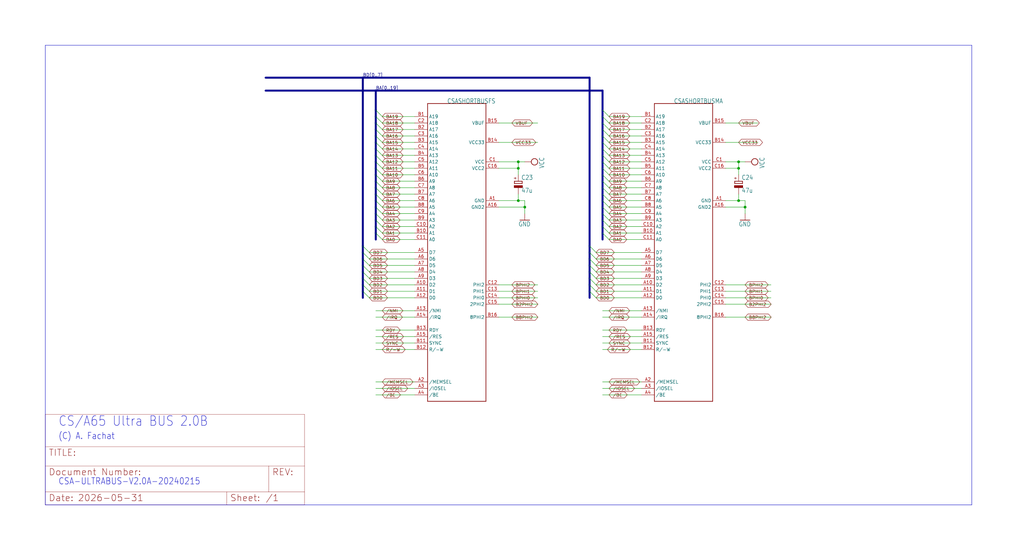
<source format=kicad_sch>
(kicad_sch (version 20231120) (generator "eeschema") (generator_version "8.0")
  (paper "User" 401.472 218.592)
  (lib_symbols
    (symbol "csa_ultrabus_v2-eagle-import:CPOL-EUE2.5-5"
      (property "Reference" "C" (at 1.143 0.4826 0))
      (symbol "CPOL-EUE2.5-5_1_0"
        (rectangle (start -1.651 -2.54) (end 1.651 -1.651) (fill (type outline)))
        (polyline (pts (xy -1.524 -0.889) (xy 1.524 -0.889)) (stroke (width 0.254)))
        (polyline (pts (xy -1.524 0) (xy -1.524 -0.889)) (stroke (width 0.254)))
        (polyline (pts (xy -1.524 0) (xy 1.524 0)) (stroke (width 0.254)))
        (polyline (pts (xy 1.524 -0.889) (xy 1.524 0)) (stroke (width 0.254)))
        (text "+" (at -0.5842 0.4064 900) (effects (font (size 1.27 1.0795)) (justify left bottom)))
        (pin passive line (at 0 2.54 270) (length 2.54) (name "+") (number "+"))
        (pin passive line (at 0 -5.08 90) (length 2.54) (name "-") (number "-"))
      )
    )
    (symbol "csa_ultrabus_v2-eagle-import:CSASHORTBUSFS"
      (symbol "CSASHORTBUSFS_1_0"
        (polyline (pts (xy -12.7 -58.42) (xy 10.16 -58.42)) (stroke (width 0.254)))
        (polyline (pts (xy -12.7 58.42) (xy -12.7 -58.42)) (stroke (width 0.254)))
        (polyline (pts (xy 10.16 -58.42) (xy 10.16 58.42)) (stroke (width 0.254)))
        (polyline (pts (xy 10.16 58.42) (xy -12.7 58.42)) (stroke (width 0.254)))
        (pin bidirectional line (at 15.24 20.32 180) (length 5.08) (name "GND") (number "A1"))
        (pin bidirectional line (at -17.78 -12.7 0) (length 5.08) (name "D2") (number "A10"))
        (pin bidirectional line (at -17.78 -15.24 0) (length 5.08) (name "D1") (number "A11"))
        (pin bidirectional line (at -17.78 -17.78 0) (length 5.08) (name "D0") (number "A12"))
        (pin bidirectional line (at -17.78 -22.86 0) (length 5.08) (name "/NMI") (number "A13"))
        (pin bidirectional line (at -17.78 -25.4 0) (length 5.08) (name "/IRQ") (number "A14"))
        (pin bidirectional line (at -17.78 -33.02 0) (length 5.08) (name "/RES") (number "A15"))
        (pin bidirectional line (at 15.24 17.78 180) (length 5.08) (name "GND2") (number "A16"))
        (pin bidirectional line (at -17.78 -50.8 0) (length 5.08) (name "/MEMSEL") (number "A2"))
        (pin bidirectional line (at -17.78 -53.34 0) (length 5.08) (name "/IOSEL") (number "A3"))
        (pin bidirectional line (at -17.78 -55.88 0) (length 5.08) (name "/BE") (number "A4"))
        (pin bidirectional line (at -17.78 0 0) (length 5.08) (name "D7") (number "A5"))
        (pin bidirectional line (at -17.78 -2.54 0) (length 5.08) (name "D6") (number "A6"))
        (pin bidirectional line (at -17.78 -5.08 0) (length 5.08) (name "D5") (number "A7"))
        (pin bidirectional line (at -17.78 -7.62 0) (length 5.08) (name "D4") (number "A8"))
        (pin bidirectional line (at -17.78 -10.16 0) (length 5.08) (name "D3") (number "A9"))
        (pin bidirectional line (at -17.78 53.34 0) (length 5.08) (name "A19") (number "B1"))
        (pin bidirectional line (at -17.78 7.62 0) (length 5.08) (name "A1") (number "B10"))
        (pin bidirectional line (at -17.78 -35.56 0) (length 5.08) (name "SYNC") (number "B11"))
        (pin bidirectional line (at -17.78 -38.1 0) (length 5.08) (name "R/-W") (number "B12"))
        (pin bidirectional line (at -17.78 -30.48 0) (length 5.08) (name "RDY") (number "B13"))
        (pin bidirectional line (at 15.24 43.18 180) (length 5.08) (name "VCC33") (number "B14"))
        (pin bidirectional line (at 15.24 50.8 180) (length 5.08) (name "VBUF") (number "B15"))
        (pin bidirectional line (at 15.24 -25.4 180) (length 5.08) (name "8PHI2") (number "B16"))
        (pin bidirectional line (at -17.78 48.26 0) (length 5.08) (name "A17") (number "B2"))
        (pin bidirectional line (at -17.78 43.18 0) (length 5.08) (name "A15") (number "B3"))
        (pin bidirectional line (at -17.78 38.1 0) (length 5.08) (name "A13") (number "B4"))
        (pin bidirectional line (at -17.78 33.02 0) (length 5.08) (name "A11") (number "B5"))
        (pin bidirectional line (at -17.78 27.94 0) (length 5.08) (name "A9") (number "B6"))
        (pin bidirectional line (at -17.78 22.86 0) (length 5.08) (name "A7") (number "B7"))
        (pin bidirectional line (at -17.78 17.78 0) (length 5.08) (name "A5") (number "B8"))
        (pin bidirectional line (at -17.78 12.7 0) (length 5.08) (name "A3") (number "B9"))
        (pin bidirectional line (at 15.24 35.56 180) (length 5.08) (name "VCC") (number "C1"))
        (pin bidirectional line (at -17.78 10.16 0) (length 5.08) (name "A2") (number "C10"))
        (pin bidirectional line (at -17.78 5.08 0) (length 5.08) (name "A0") (number "C11"))
        (pin bidirectional line (at 15.24 -12.7 180) (length 5.08) (name "PHI2") (number "C12"))
        (pin bidirectional line (at 15.24 -15.24 180) (length 5.08) (name "PHI1") (number "C13"))
        (pin bidirectional line (at 15.24 -17.78 180) (length 5.08) (name "PHI0") (number "C14"))
        (pin bidirectional line (at 15.24 -20.32 180) (length 5.08) (name "2PHI2") (number "C15"))
        (pin bidirectional line (at 15.24 33.02 180) (length 5.08) (name "VCC2") (number "C16"))
        (pin bidirectional line (at -17.78 50.8 0) (length 5.08) (name "A18") (number "C2"))
        (pin bidirectional line (at -17.78 45.72 0) (length 5.08) (name "A16") (number "C3"))
        (pin bidirectional line (at -17.78 40.64 0) (length 5.08) (name "A14") (number "C4"))
        (pin bidirectional line (at -17.78 35.56 0) (length 5.08) (name "A12") (number "C5"))
        (pin bidirectional line (at -17.78 30.48 0) (length 5.08) (name "A10") (number "C6"))
        (pin bidirectional line (at -17.78 25.4 0) (length 5.08) (name "A8") (number "C7"))
        (pin bidirectional line (at -17.78 20.32 0) (length 5.08) (name "A6") (number "C8"))
        (pin bidirectional line (at -17.78 15.24 0) (length 5.08) (name "A4") (number "C9"))
      )
    )
    (symbol "csa_ultrabus_v2-eagle-import:CSASHORTBUSMA"
      (symbol "CSASHORTBUSMA_1_0"
        (polyline (pts (xy -12.7 -58.42) (xy 10.16 -58.42)) (stroke (width 0.254)))
        (polyline (pts (xy -12.7 58.42) (xy -12.7 -58.42)) (stroke (width 0.254)))
        (polyline (pts (xy 10.16 -58.42) (xy 10.16 58.42)) (stroke (width 0.254)))
        (polyline (pts (xy 10.16 58.42) (xy -12.7 58.42)) (stroke (width 0.254)))
        (pin bidirectional line (at 15.24 20.32 180) (length 5.08) (name "GND") (number "A1"))
        (pin bidirectional line (at -17.78 -12.7 0) (length 5.08) (name "D2") (number "A10"))
        (pin bidirectional line (at -17.78 -15.24 0) (length 5.08) (name "D1") (number "A11"))
        (pin bidirectional line (at -17.78 -17.78 0) (length 5.08) (name "D0") (number "A12"))
        (pin bidirectional line (at -17.78 -22.86 0) (length 5.08) (name "/NMI") (number "A13"))
        (pin bidirectional line (at -17.78 -25.4 0) (length 5.08) (name "/IRQ") (number "A14"))
        (pin bidirectional line (at -17.78 -33.02 0) (length 5.08) (name "/RES") (number "A15"))
        (pin bidirectional line (at 15.24 17.78 180) (length 5.08) (name "GND2") (number "A16"))
        (pin bidirectional line (at -17.78 -50.8 0) (length 5.08) (name "/MEMSEL") (number "A2"))
        (pin bidirectional line (at -17.78 -53.34 0) (length 5.08) (name "/IOSEL") (number "A3"))
        (pin bidirectional line (at -17.78 -55.88 0) (length 5.08) (name "/BE") (number "A4"))
        (pin bidirectional line (at -17.78 0 0) (length 5.08) (name "D7") (number "A5"))
        (pin bidirectional line (at -17.78 -2.54 0) (length 5.08) (name "D6") (number "A6"))
        (pin bidirectional line (at -17.78 -5.08 0) (length 5.08) (name "D5") (number "A7"))
        (pin bidirectional line (at -17.78 -7.62 0) (length 5.08) (name "D4") (number "A8"))
        (pin bidirectional line (at -17.78 -10.16 0) (length 5.08) (name "D3") (number "A9"))
        (pin bidirectional line (at -17.78 53.34 0) (length 5.08) (name "A19") (number "B1"))
        (pin bidirectional line (at -17.78 7.62 0) (length 5.08) (name "A1") (number "B10"))
        (pin bidirectional line (at -17.78 -35.56 0) (length 5.08) (name "SYNC") (number "B11"))
        (pin bidirectional line (at -17.78 -38.1 0) (length 5.08) (name "R/-W") (number "B12"))
        (pin bidirectional line (at -17.78 -30.48 0) (length 5.08) (name "RDY") (number "B13"))
        (pin bidirectional line (at 15.24 43.18 180) (length 5.08) (name "VCC33") (number "B14"))
        (pin bidirectional line (at 15.24 50.8 180) (length 5.08) (name "VBUF") (number "B15"))
        (pin bidirectional line (at 15.24 -25.4 180) (length 5.08) (name "8PHI2") (number "B16"))
        (pin bidirectional line (at -17.78 48.26 0) (length 5.08) (name "A17") (number "B2"))
        (pin bidirectional line (at -17.78 43.18 0) (length 5.08) (name "A15") (number "B3"))
        (pin bidirectional line (at -17.78 38.1 0) (length 5.08) (name "A13") (number "B4"))
        (pin bidirectional line (at -17.78 33.02 0) (length 5.08) (name "A11") (number "B5"))
        (pin bidirectional line (at -17.78 27.94 0) (length 5.08) (name "A9") (number "B6"))
        (pin bidirectional line (at -17.78 22.86 0) (length 5.08) (name "A7") (number "B7"))
        (pin bidirectional line (at -17.78 17.78 0) (length 5.08) (name "A5") (number "B8"))
        (pin bidirectional line (at -17.78 12.7 0) (length 5.08) (name "A3") (number "B9"))
        (pin bidirectional line (at 15.24 35.56 180) (length 5.08) (name "VCC") (number "C1"))
        (pin bidirectional line (at -17.78 10.16 0) (length 5.08) (name "A2") (number "C10"))
        (pin bidirectional line (at -17.78 5.08 0) (length 5.08) (name "A0") (number "C11"))
        (pin bidirectional line (at 15.24 -12.7 180) (length 5.08) (name "PHI2") (number "C12"))
        (pin bidirectional line (at 15.24 -15.24 180) (length 5.08) (name "PHI1") (number "C13"))
        (pin bidirectional line (at 15.24 -17.78 180) (length 5.08) (name "PHI0") (number "C14"))
        (pin bidirectional line (at 15.24 -20.32 180) (length 5.08) (name "2PHI2") (number "C15"))
        (pin bidirectional line (at 15.24 33.02 180) (length 5.08) (name "VCC2") (number "C16"))
        (pin bidirectional line (at -17.78 50.8 0) (length 5.08) (name "A18") (number "C2"))
        (pin bidirectional line (at -17.78 45.72 0) (length 5.08) (name "A16") (number "C3"))
        (pin bidirectional line (at -17.78 40.64 0) (length 5.08) (name "A14") (number "C4"))
        (pin bidirectional line (at -17.78 35.56 0) (length 5.08) (name "A12") (number "C5"))
        (pin bidirectional line (at -17.78 30.48 0) (length 5.08) (name "A10") (number "C6"))
        (pin bidirectional line (at -17.78 25.4 0) (length 5.08) (name "A8") (number "C7"))
        (pin bidirectional line (at -17.78 20.32 0) (length 5.08) (name "A6") (number "C8"))
        (pin bidirectional line (at -17.78 15.24 0) (length 5.08) (name "A4") (number "C9"))
      )
    )
    (symbol "csa_ultrabus_v2-eagle-import:DOCFIELD"
      (symbol "DOCFIELD_1_0"
        (polyline (pts (xy 0 0) (xy 0 5.08)) (stroke (width 0.1016)))
        (polyline (pts (xy 0 0) (xy 71.12 0)) (stroke (width 0.1016)))
        (polyline (pts (xy 0 5.08) (xy 0 15.24)) (stroke (width 0.1016)))
        (polyline (pts (xy 0 5.08) (xy 71.12 5.08)) (stroke (width 0.1016)))
        (polyline (pts (xy 0 15.24) (xy 0 22.86)) (stroke (width 0.1016)))
        (polyline (pts (xy 0 22.86) (xy 0 35.56)) (stroke (width 0.1016)))
        (polyline (pts (xy 0 22.86) (xy 101.6 22.86)) (stroke (width 0.1016)))
        (polyline (pts (xy 71.12 0) (xy 101.6 0)) (stroke (width 0.1016)))
        (polyline (pts (xy 71.12 5.08) (xy 71.12 0)) (stroke (width 0.1016)))
        (polyline (pts (xy 71.12 5.08) (xy 87.63 5.08)) (stroke (width 0.1016)))
        (polyline (pts (xy 87.63 5.08) (xy 101.6 5.08)) (stroke (width 0.1016)))
        (polyline (pts (xy 87.63 15.24) (xy 0 15.24)) (stroke (width 0.1016)))
        (polyline (pts (xy 87.63 15.24) (xy 87.63 5.08)) (stroke (width 0.1016)))
        (polyline (pts (xy 101.6 5.08) (xy 101.6 0)) (stroke (width 0.1016)))
        (polyline (pts (xy 101.6 15.24) (xy 87.63 15.24)) (stroke (width 0.1016)))
        (polyline (pts (xy 101.6 15.24) (xy 101.6 5.08)) (stroke (width 0.1016)))
        (polyline (pts (xy 101.6 22.86) (xy 101.6 15.24)) (stroke (width 0.1016)))
        (polyline (pts (xy 101.6 35.56) (xy 0 35.56)) (stroke (width 0.1016)))
        (polyline (pts (xy 101.6 35.56) (xy 101.6 22.86)) (stroke (width 0.1016)))
        (text "${#}/${##}" (at 86.36 1.27 0) (effects (font (size 2.54 2.54)) (justify left bottom)))
        (text "${CURRENT_DATE}" (at 12.7 1.27 0) (effects (font (size 2.54 2.54)) (justify left bottom)))
        (text "${PROJECTNAME}" (at 17.78 19.05 0) (effects (font (size 2.54 2.54)) (justify left bottom)))
        (text "Date:" (at 1.27 1.27 0) (effects (font (size 2.54 2.54)) (justify left bottom)))
        (text "Document Number:" (at 1.27 11.43 0) (effects (font (size 2.54 2.54)) (justify left bottom)))
        (text "REV:" (at 88.9 11.43 0) (effects (font (size 2.54 2.54)) (justify left bottom)))
        (text "Sheet:" (at 72.39 1.27 0) (effects (font (size 2.54 2.54)) (justify left bottom)))
        (text "TITLE:" (at 1.27 19.05 0) (effects (font (size 2.54 2.54)) (justify left bottom)))
      )
    )
    (symbol "csa_ultrabus_v2-eagle-import:GND" (power)
      (property "Value" "GND" (at -2.54 -2.54 0))
      (symbol "GND_1_0"
        (polyline (pts (xy -1.905 0) (xy 1.905 0)) (stroke (width 0.254)))
        (pin power_in line (at 0 2.54 270) (length 2.54) (name "GND") (number "1"))
      )
    )
    (symbol "csa_ultrabus_v2-eagle-import:VCC" (power)
      (property "Value" "VCC" (at -1.905 3.175 0))
      (symbol "VCC_1_0"
        (circle (center 0 1.27) (radius 1.27) (stroke (width 0.254)))
        (pin power_in line (at 0 -2.54 90) (length 2.54) (name "VCC") (number "1"))
      )
    )
  )
  (junction (at 292.1 81.28))
  (junction (at 289.56 78.74))
  (junction (at 203.2 63.5))
  (junction (at 203.2 66.04))
  (junction (at 203.2 78.74))
  (junction (at 289.56 63.5))
  (junction (at 289.56 66.04))
  (junction (at 205.74 81.28))
  (bus_entry (at 238.76 53.34) (size -2.54 -2.54))
  (bus_entry (at 238.76 60.96) (size -2.54 -2.54))
  (bus_entry (at 144.78 106.68) (size -2.54 -2.54))
  (bus_entry (at 238.76 66.04) (size -2.54 -2.54))
  (bus_entry (at 144.78 101.6) (size -2.54 -2.54))
  (bus_entry (at 149.86 48.26) (size -2.54 -2.54))
  (bus_entry (at 144.78 114.3) (size -2.54 -2.54))
  (bus_entry (at 149.86 76.2) (size -2.54 -2.54))
  (bus_entry (at 144.78 109.22) (size -2.54 -2.54))
  (bus_entry (at 233.68 111.76) (size -2.54 -2.54))
  (bus_entry (at 149.86 78.74) (size -2.54 -2.54))
  (bus_entry (at 149.86 81.28) (size -2.54 -2.54))
  (bus_entry (at 149.86 50.8) (size -2.54 -2.54))
  (bus_entry (at 149.86 91.44) (size -2.54 -2.54))
  (bus_entry (at 233.68 104.14) (size -2.54 -2.54))
  (bus_entry (at 238.76 78.74) (size -2.54 -2.54))
  (bus_entry (at 238.76 48.26) (size -2.54 -2.54))
  (bus_entry (at 233.68 106.68) (size -2.54 -2.54))
  (bus_entry (at 233.68 116.84) (size -2.54 -2.54))
  (bus_entry (at 238.76 88.9) (size -2.54 -2.54))
  (bus_entry (at 238.76 50.8) (size -2.54 -2.54))
  (bus_entry (at 149.86 53.34) (size -2.54 -2.54))
  (bus_entry (at 149.86 63.5) (size -2.54 -2.54))
  (bus_entry (at 233.68 114.3) (size -2.54 -2.54))
  (bus_entry (at 144.78 99.06) (size -2.54 -2.54))
  (bus_entry (at 238.76 76.2) (size -2.54 -2.54))
  (bus_entry (at 233.68 99.06) (size -2.54 -2.54))
  (bus_entry (at 149.86 73.66) (size -2.54 -2.54))
  (bus_entry (at 149.86 71.12) (size -2.54 -2.54))
  (bus_entry (at 149.86 66.04) (size -2.54 -2.54))
  (bus_entry (at 149.86 86.36) (size -2.54 -2.54))
  (bus_entry (at 149.86 45.72) (size -2.54 -2.54))
  (bus_entry (at 149.86 60.96) (size -2.54 -2.54))
  (bus_entry (at 238.76 55.88) (size -2.54 -2.54))
  (bus_entry (at 238.76 93.98) (size -2.54 -2.54))
  (bus_entry (at 238.76 63.5) (size -2.54 -2.54))
  (bus_entry (at 238.76 86.36) (size -2.54 -2.54))
  (bus_entry (at 238.76 58.42) (size -2.54 -2.54))
  (bus_entry (at 238.76 83.82) (size -2.54 -2.54))
  (bus_entry (at 144.78 116.84) (size -2.54 -2.54))
  (bus_entry (at 238.76 73.66) (size -2.54 -2.54))
  (bus_entry (at 149.86 88.9) (size -2.54 -2.54))
  (bus_entry (at 149.86 93.98) (size -2.54 -2.54))
  (bus_entry (at 238.76 71.12) (size -2.54 -2.54))
  (bus_entry (at 149.86 55.88) (size -2.54 -2.54))
  (bus_entry (at 149.86 58.42) (size -2.54 -2.54))
  (bus_entry (at 238.76 91.44) (size -2.54 -2.54))
  (bus_entry (at 233.68 109.22) (size -2.54 -2.54))
  (bus_entry (at 149.86 68.58) (size -2.54 -2.54))
  (bus_entry (at 238.76 68.58) (size -2.54 -2.54))
  (bus_entry (at 238.76 81.28) (size -2.54 -2.54))
  (bus_entry (at 238.76 45.72) (size -2.54 -2.54))
  (bus_entry (at 144.78 111.76) (size -2.54 -2.54))
  (bus_entry (at 144.78 104.14) (size -2.54 -2.54))
  (bus_entry (at 233.68 101.6) (size -2.54 -2.54))
  (bus_entry (at 149.86 83.82) (size -2.54 -2.54))
  (wire (pts (xy 162.56 73.66) (xy 149.86 73.66)) (stroke (width 0.1524)))
  (bus (pts (xy 147.32 58.42) (xy 147.32 55.88)) (stroke (width 0.762)))
  (wire (pts (xy 162.56 121.92) (xy 147.32 121.92)) (stroke (width 0.1524)))
  (wire (pts (xy 251.46 76.2) (xy 238.76 76.2)) (stroke (width 0.1524)))
  (bus (pts (xy 231.14 114.3) (xy 231.14 116.84)) (stroke (width 0.762)))
  (wire (pts (xy 162.56 50.8) (xy 149.86 50.8)) (stroke (width 0.1524)))
  (wire (pts (xy 162.56 154.94) (xy 147.32 154.94)) (stroke (width 0.1524)))
  (wire (pts (xy 284.48 78.74) (xy 289.56 78.74)) (stroke (width 0.1524)))
  (wire (pts (xy 251.46 66.04) (xy 238.76 66.04)) (stroke (width 0.1524)))
  (wire (pts (xy 251.46 137.16) (xy 236.22 137.16)) (stroke (width 0.1524)))
  (bus (pts (xy 147.32 48.26) (xy 147.32 45.72)) (stroke (width 0.762)))
  (bus (pts (xy 231.14 111.76) (xy 231.14 114.3)) (stroke (width 0.762)))
  (wire (pts (xy 162.56 124.46) (xy 147.32 124.46)) (stroke (width 0.1524)))
  (bus (pts (xy 231.14 109.22) (xy 231.14 111.76)) (stroke (width 0.762)))
  (wire (pts (xy 251.46 149.86) (xy 236.22 149.86)) (stroke (width 0.1524)))
  (bus (pts (xy 236.22 76.2) (xy 236.22 78.74)) (stroke (width 0.762)))
  (wire (pts (xy 162.56 104.14) (xy 144.78 104.14)) (stroke (width 0.1524)))
  (wire (pts (xy 289.56 76.2) (xy 289.56 78.74)) (stroke (width 0.1524)))
  (bus (pts (xy 147.32 88.9) (xy 147.32 86.36)) (stroke (width 0.762)))
  (wire (pts (xy 284.48 66.04) (xy 289.56 66.04)) (stroke (width 0.1524)))
  (wire (pts (xy 162.56 91.44) (xy 149.86 91.44)) (stroke (width 0.1524)))
  (wire (pts (xy 162.56 134.62) (xy 147.32 134.62)) (stroke (width 0.1524)))
  (wire (pts (xy 284.48 63.5) (xy 289.56 63.5)) (stroke (width 0.1524)))
  (wire (pts (xy 162.56 114.3) (xy 144.78 114.3)) (stroke (width 0.1524)))
  (bus (pts (xy 236.22 71.12) (xy 236.22 73.66)) (stroke (width 0.762)))
  (polyline (pts (xy 381 198.12) (xy 17.78 198.12)) (stroke (width 0.1524) (type solid)))
  (wire (pts (xy 284.48 124.46) (xy 302.26 124.46)) (stroke (width 0.1524)))
  (wire (pts (xy 203.2 78.74) (xy 205.74 78.74)) (stroke (width 0.1524)))
  (bus (pts (xy 147.32 68.58) (xy 147.32 66.04)) (stroke (width 0.762)))
  (wire (pts (xy 251.46 93.98) (xy 238.76 93.98)) (stroke (width 0.1524)))
  (bus (pts (xy 147.32 35.56) (xy 236.22 35.56)) (stroke (width 0.762)))
  (bus (pts (xy 147.32 50.8) (xy 147.32 48.26)) (stroke (width 0.762)))
  (wire (pts (xy 251.46 45.72) (xy 238.76 45.72)) (stroke (width 0.1524)))
  (polyline (pts (xy 17.78 17.78) (xy 381 17.78)) (stroke (width 0.1524) (type solid)))
  (bus (pts (xy 142.24 30.48) (xy 231.14 30.48)) (stroke (width 0.762)))
  (bus (pts (xy 142.24 111.76) (xy 142.24 109.22)) (stroke (width 0.762)))
  (wire (pts (xy 251.46 86.36) (xy 238.76 86.36)) (stroke (width 0.1524)))
  (wire (pts (xy 195.58 55.88) (xy 210.82 55.88)) (stroke (width 0.1524)))
  (bus (pts (xy 147.32 71.12) (xy 147.32 68.58)) (stroke (width 0.762)))
  (bus (pts (xy 231.14 30.48) (xy 231.14 96.52)) (stroke (width 0.762)))
  (bus (pts (xy 236.22 73.66) (xy 236.22 76.2)) (stroke (width 0.762)))
  (wire (pts (xy 251.46 53.34) (xy 238.76 53.34)) (stroke (width 0.1524)))
  (bus (pts (xy 236.22 50.8) (xy 236.22 53.34)) (stroke (width 0.762)))
  (bus (pts (xy 142.24 106.68) (xy 142.24 104.14)) (stroke (width 0.762)))
  (wire (pts (xy 162.56 152.4) (xy 147.32 152.4)) (stroke (width 0.1524)))
  (wire (pts (xy 162.56 53.34) (xy 149.86 53.34)) (stroke (width 0.1524)))
  (wire (pts (xy 162.56 86.36) (xy 149.86 86.36)) (stroke (width 0.1524)))
  (bus (pts (xy 142.24 101.6) (xy 142.24 99.06)) (stroke (width 0.762)))
  (wire (pts (xy 162.56 93.98) (xy 149.86 93.98)) (stroke (width 0.1524)))
  (wire (pts (xy 289.56 78.74) (xy 292.1 78.74)) (stroke (width 0.1524)))
  (wire (pts (xy 162.56 149.86) (xy 147.32 149.86)) (stroke (width 0.1524)))
  (bus (pts (xy 236.22 86.36) (xy 236.22 88.9)) (stroke (width 0.762)))
  (wire (pts (xy 162.56 76.2) (xy 149.86 76.2)) (stroke (width 0.1524)))
  (bus (pts (xy 142.24 30.48) (xy 104.14 30.48)) (stroke (width 0.762)))
  (bus (pts (xy 147.32 45.72) (xy 147.32 43.18)) (stroke (width 0.762)))
  (wire (pts (xy 195.58 78.74) (xy 203.2 78.74)) (stroke (width 0.1524)))
  (wire (pts (xy 162.56 132.08) (xy 147.32 132.08)) (stroke (width 0.1524)))
  (wire (pts (xy 162.56 68.58) (xy 149.86 68.58)) (stroke (width 0.1524)))
  (bus (pts (xy 236.22 66.04) (xy 236.22 68.58)) (stroke (width 0.762)))
  (wire (pts (xy 195.58 48.26) (xy 210.82 48.26)) (stroke (width 0.1524)))
  (wire (pts (xy 251.46 106.68) (xy 233.68 106.68)) (stroke (width 0.1524)))
  (bus (pts (xy 236.22 45.72) (xy 236.22 48.26)) (stroke (width 0.762)))
  (wire (pts (xy 195.58 119.38) (xy 210.82 119.38)) (stroke (width 0.1524)))
  (wire (pts (xy 251.46 109.22) (xy 233.68 109.22)) (stroke (width 0.1524)))
  (wire (pts (xy 251.46 99.06) (xy 233.68 99.06)) (stroke (width 0.1524)))
  (wire (pts (xy 251.46 129.54) (xy 236.22 129.54)) (stroke (width 0.1524)))
  (wire (pts (xy 251.46 104.14) (xy 233.68 104.14)) (stroke (width 0.1524)))
  (bus (pts (xy 236.22 88.9) (xy 236.22 91.44)) (stroke (width 0.762)))
  (bus (pts (xy 147.32 63.5) (xy 147.32 60.96)) (stroke (width 0.762)))
  (polyline (pts (xy 17.78 198.12) (xy 17.78 17.78)) (stroke (width 0.1524) (type solid)))
  (wire (pts (xy 205.74 81.28) (xy 205.74 83.82)) (stroke (width 0.1524)))
  (wire (pts (xy 162.56 101.6) (xy 144.78 101.6)) (stroke (width 0.1524)))
  (bus (pts (xy 147.32 93.98) (xy 147.32 91.44)) (stroke (width 0.762)))
  (wire (pts (xy 251.46 132.08) (xy 236.22 132.08)) (stroke (width 0.1524)))
  (bus (pts (xy 147.32 76.2) (xy 147.32 73.66)) (stroke (width 0.762)))
  (wire (pts (xy 251.46 134.62) (xy 236.22 134.62)) (stroke (width 0.1524)))
  (bus (pts (xy 147.32 86.36) (xy 147.32 83.82)) (stroke (width 0.762)))
  (wire (pts (xy 251.46 88.9) (xy 238.76 88.9)) (stroke (width 0.1524)))
  (bus (pts (xy 236.22 43.18) (xy 236.22 45.72)) (stroke (width 0.762)))
  (bus (pts (xy 236.22 60.96) (xy 236.22 63.5)) (stroke (width 0.762)))
  (wire (pts (xy 162.56 55.88) (xy 149.86 55.88)) (stroke (width 0.1524)))
  (bus (pts (xy 147.32 66.04) (xy 147.32 63.5)) (stroke (width 0.762)))
  (wire (pts (xy 251.46 154.94) (xy 236.22 154.94)) (stroke (width 0.1524)))
  (bus (pts (xy 236.22 35.56) (xy 236.22 43.18)) (stroke (width 0.762)))
  (wire (pts (xy 289.56 66.04) (xy 289.56 63.5)) (stroke (width 0.1524)))
  (wire (pts (xy 162.56 48.26) (xy 149.86 48.26)) (stroke (width 0.1524)))
  (bus (pts (xy 142.24 99.06) (xy 142.24 96.52)) (stroke (width 0.762)))
  (bus (pts (xy 236.22 63.5) (xy 236.22 66.04)) (stroke (width 0.762)))
  (wire (pts (xy 195.58 114.3) (xy 210.82 114.3)) (stroke (width 0.1524)))
  (wire (pts (xy 162.56 58.42) (xy 149.86 58.42)) (stroke (width 0.1524)))
  (wire (pts (xy 284.48 48.26) (xy 297.18 48.26)) (stroke (width 0.1524)))
  (wire (pts (xy 284.48 55.88) (xy 297.18 55.88)) (stroke (width 0.1524)))
  (bus (pts (xy 236.22 78.74) (xy 236.22 81.28)) (stroke (width 0.762)))
  (wire (pts (xy 251.46 73.66) (xy 238.76 73.66)) (stroke (width 0.1524)))
  (wire (pts (xy 203.2 76.2) (xy 203.2 78.74)) (stroke (width 0.1524)))
  (wire (pts (xy 251.46 111.76) (xy 233.68 111.76)) (stroke (width 0.1524)))
  (wire (pts (xy 162.56 60.96) (xy 149.86 60.96)) (stroke (width 0.1524)))
  (wire (pts (xy 162.56 66.04) (xy 149.86 66.04)) (stroke (width 0.1524)))
  (bus (pts (xy 231.14 101.6) (xy 231.14 104.14)) (stroke (width 0.762)))
  (wire (pts (xy 284.48 119.38) (xy 302.26 119.38)) (stroke (width 0.1524)))
  (bus (pts (xy 142.24 104.14) (xy 142.24 101.6)) (stroke (width 0.762)))
  (wire (pts (xy 195.58 81.28) (xy 205.74 81.28)) (stroke (width 0.1524)))
  (wire (pts (xy 251.46 116.84) (xy 233.68 116.84)) (stroke (width 0.1524)))
  (wire (pts (xy 195.58 116.84) (xy 210.82 116.84)) (stroke (width 0.1524)))
  (wire (pts (xy 292.1 81.28) (xy 292.1 83.82)) (stroke (width 0.1524)))
  (wire (pts (xy 284.48 81.28) (xy 292.1 81.28)) (stroke (width 0.1524)))
  (bus (pts (xy 147.32 91.44) (xy 147.32 88.9)) (stroke (width 0.762)))
  (wire (pts (xy 251.46 124.46) (xy 236.22 124.46)) (stroke (width 0.1524)))
  (bus (pts (xy 142.24 116.84) (xy 142.24 114.3)) (stroke (width 0.762)))
  (wire (pts (xy 251.46 58.42) (xy 238.76 58.42)) (stroke (width 0.1524)))
  (bus (pts (xy 147.32 60.96) (xy 147.32 58.42)) (stroke (width 0.762)))
  (bus (pts (xy 147.32 43.18) (xy 147.32 35.56)) (stroke (width 0.762)))
  (wire (pts (xy 162.56 137.16) (xy 147.32 137.16)) (stroke (width 0.1524)))
  (wire (pts (xy 251.46 78.74) (xy 238.76 78.74)) (stroke (width 0.1524)))
  (wire (pts (xy 162.56 71.12) (xy 149.86 71.12)) (stroke (width 0.1524)))
  (wire (pts (xy 251.46 114.3) (xy 233.68 114.3)) (stroke (width 0.1524)))
  (bus (pts (xy 142.24 96.52) (xy 142.24 30.48)) (stroke (width 0.762)))
  (bus (pts (xy 147.32 55.88) (xy 147.32 53.34)) (stroke (width 0.762)))
  (wire (pts (xy 251.46 152.4) (xy 236.22 152.4)) (stroke (width 0.1524)))
  (bus (pts (xy 147.32 78.74) (xy 147.32 76.2)) (stroke (width 0.762)))
  (wire (pts (xy 251.46 83.82) (xy 238.76 83.82)) (stroke (width 0.1524)))
  (wire (pts (xy 251.46 68.58) (xy 238.76 68.58)) (stroke (width 0.1524)))
  (wire (pts (xy 162.56 63.5) (xy 149.86 63.5)) (stroke (width 0.1524)))
  (wire (pts (xy 203.2 63.5) (xy 205.74 63.5)) (stroke (width 0.1524)))
  (wire (pts (xy 162.56 99.06) (xy 144.78 99.06)) (stroke (width 0.1524)))
  (wire (pts (xy 251.46 81.28) (xy 238.76 81.28)) (stroke (width 0.1524)))
  (wire (pts (xy 284.48 114.3) (xy 302.26 114.3)) (stroke (width 0.1524)))
  (wire (pts (xy 251.46 63.5) (xy 238.76 63.5)) (stroke (width 0.1524)))
  (wire (pts (xy 203.2 66.04) (xy 203.2 63.5)) (stroke (width 0.1524)))
  (wire (pts (xy 195.58 111.76) (xy 210.82 111.76)) (stroke (width 0.1524)))
  (bus (pts (xy 236.22 83.82) (xy 236.22 86.36)) (stroke (width 0.762)))
  (bus (pts (xy 147.32 73.66) (xy 147.32 71.12)) (stroke (width 0.762)))
  (wire (pts (xy 284.48 111.76) (xy 302.26 111.76)) (stroke (width 0.1524)))
  (wire (pts (xy 162.56 81.28) (xy 149.86 81.28)) (stroke (width 0.1524)))
  (bus (pts (xy 147.32 83.82) (xy 147.32 81.28)) (stroke (width 0.762)))
  (wire (pts (xy 203.2 68.58) (xy 203.2 66.04)) (stroke (width 0.1524)))
  (bus (pts (xy 231.14 104.14) (xy 231.14 106.68)) (stroke (width 0.762)))
  (wire (pts (xy 162.56 78.74) (xy 149.86 78.74)) (stroke (width 0.1524)))
  (wire (pts (xy 162.56 106.68) (xy 144.78 106.68)) (stroke (width 0.1524)))
  (wire (pts (xy 162.56 111.76) (xy 144.78 111.76)) (stroke (width 0.1524)))
  (bus (pts (xy 236.22 91.44) (xy 236.22 93.98)) (stroke (width 0.762)))
  (wire (pts (xy 162.56 45.72) (xy 149.86 45.72)) (stroke (width 0.1524)))
  (wire (pts (xy 162.56 116.84) (xy 144.78 116.84)) (stroke (width 0.1524)))
  (wire (pts (xy 251.46 71.12) (xy 238.76 71.12)) (stroke (width 0.1524)))
  (wire (pts (xy 195.58 124.46) (xy 210.82 124.46)) (stroke (width 0.1524)))
  (bus (pts (xy 236.22 55.88) (xy 236.22 58.42)) (stroke (width 0.762)))
  (bus (pts (xy 142.24 114.3) (xy 142.24 111.76)) (stroke (width 0.762)))
  (bus (pts (xy 142.24 109.22) (xy 142.24 106.68)) (stroke (width 0.762)))
  (wire (pts (xy 205.74 78.74) (xy 205.74 81.28)) (stroke (width 0.1524)))
  (wire (pts (xy 162.56 88.9) (xy 149.86 88.9)) (stroke (width 0.1524)))
  (wire (pts (xy 251.46 50.8) (xy 238.76 50.8)) (stroke (width 0.1524)))
  (wire (pts (xy 251.46 101.6) (xy 233.68 101.6)) (stroke (width 0.1524)))
  (bus (pts (xy 231.14 96.52) (xy 231.14 99.06)) (stroke (width 0.762)))
  (wire (pts (xy 251.46 48.26) (xy 238.76 48.26)) (stroke (width 0.1524)))
  (wire (pts (xy 289.56 63.5) (xy 292.1 63.5)) (stroke (width 0.1524)))
  (bus (pts (xy 231.14 99.06) (xy 231.14 101.6)) (stroke (width 0.762)))
  (wire (pts (xy 162.56 109.22) (xy 144.78 109.22)) (stroke (width 0.1524)))
  (wire (pts (xy 195.58 63.5) (xy 203.2 63.5)) (stroke (width 0.1524)))
  (wire (pts (xy 292.1 78.74) (xy 292.1 81.28)) (stroke (width 0.1524)))
  (bus (pts (xy 236.22 68.58) (xy 236.22 71.12)) (stroke (width 0.762)))
  (bus (pts (xy 147.32 53.34) (xy 147.32 50.8)) (stroke (width 0.762)))
  (wire (pts (xy 251.46 55.88) (xy 238.76 55.88)) (stroke (width 0.1524)))
  (bus (pts (xy 147.32 81.28) (xy 147.32 78.74)) (stroke (width 0.762)))
  (bus (pts (xy 231.14 106.68) (xy 231.14 109.22)) (stroke (width 0.762)))
  (wire (pts (xy 162.56 83.82) (xy 149.86 83.82)) (stroke (width 0.1524)))
  (wire (pts (xy 289.56 68.58) (xy 289.56 66.04)) (stroke (width 0.1524)))
  (wire (pts (xy 251.46 60.96) (xy 238.76 60.96)) (stroke (width 0.1524)))
  (polyline (pts (xy 381 17.78) (xy 381 198.12)) (stroke (width 0.1524) (type solid)))
  (wire (pts (xy 162.56 129.54) (xy 147.32 129.54)) (stroke (width 0.1524)))
  (bus (pts (xy 147.32 35.56) (xy 104.14 35.56)) (stroke (width 0.762)))
  (bus (pts (xy 236.22 53.34) (xy 236.22 55.88)) (stroke (width 0.762)))
  (wire (pts (xy 251.46 121.92) (xy 236.22 121.92)) (stroke (width 0.1524)))
  (wire (pts (xy 284.48 116.84) (xy 302.26 116.84)) (stroke (width 0.1524)))
  (bus (pts (xy 236.22 58.42) (xy 236.22 60.96)) (stroke (width 0.762)))
  (wire (pts (xy 251.46 91.44) (xy 238.76 91.44)) (stroke (width 0.1524)))
  (wire (pts (xy 195.58 66.04) (xy 203.2 66.04)) (stroke (width 0.1524)))
  (bus (pts (xy 236.22 48.26) (xy 236.22 50.8)) (stroke (width 0.762)))
  (bus (pts (xy 236.22 81.28) (xy 236.22 83.82)) (stroke (width 0.762)))
  (text "(C) A. Fachat" (at 22.86 172.72 0) (effects (font (size 2.54 2.159)) (justify left bottom)))
  (text "CSA-ULTRABUS-V2.0A-20240215" (at 22.86 190.5 0) (effects (font (size 2.54 2.159)) (justify left bottom)))
  (text "CS/A65 Ultra BUS 2.0B" (at 22.86 167.64 0) (effects (font (size 3.81 3.2385)) (justify left bottom)))
  (label "BD[0..7]" (at 142.24 30.48 0) (effects (font (size 1.2446 1.2446))))
  (label "BA[0..19]" (at 147.32 35.56 0) (effects (font (size 1.2446 1.2446))))
  (global_label "BA8" (shape bidirectional) (at 238.76 73.66 0) (effects (font (size 1.2446 1.2446))) (property "Intersheetrefs" "${INTERSHEET_REFS}" (effects (hide yes))))
  (global_label "BA18" (shape bidirectional) (at 149.86 48.26 0) (effects (font (size 1.2446 1.2446))) (property "Intersheetrefs" "${INTERSHEET_REFS}" (effects (hide yes))))
  (global_label "BPHI2" (shape bidirectional) (at 200.66 111.76 0) (effects (font (size 1.2446 1.2446))) (property "Intersheetrefs" "${INTERSHEET_REFS}" (effects (hide yes))))
  (global_label "B8PHI2" (shape bidirectional) (at 200.66 124.46 0) (effects (font (size 1.2446 1.2446))) (property "Intersheetrefs" "${INTERSHEET_REFS}" (effects (hide yes))))
  (global_label "BD4" (shape bidirectional) (at 144.78 106.68 0) (effects (font (size 1.2446 1.2446))) (property "Intersheetrefs" "${INTERSHEET_REFS}" (effects (hide yes))))
  (global_label "SYNC" (shape bidirectional) (at 149.86 134.62 0) (effects (font (size 1.2446 1.2446))) (property "Intersheetrefs" "${INTERSHEET_REFS}" (effects (hide yes))))
  (global_label "BPHI1" (shape bidirectional) (at 200.66 114.3 0) (effects (font (size 1.2446 1.2446))) (property "Intersheetrefs" "${INTERSHEET_REFS}" (effects (hide yes))))
  (global_label "BD3" (shape bidirectional) (at 233.68 109.22 0) (effects (font (size 1.2446 1.2446))) (property "Intersheetrefs" "${INTERSHEET_REFS}" (effects (hide yes))))
  (global_label "VBUF" (shape bidirectional) (at 200.66 48.26 0) (effects (font (size 1.2446 1.2446))) (property "Intersheetrefs" "${INTERSHEET_REFS}" (effects (hide yes))))
  (global_label "BA15" (shape bidirectional) (at 149.86 55.88 0) (effects (font (size 1.2446 1.2446))) (property "Intersheetrefs" "${INTERSHEET_REFS}" (effects (hide yes))))
  (global_label "BA4" (shape bidirectional) (at 149.86 83.82 0) (effects (font (size 1.2446 1.2446))) (property "Intersheetrefs" "${INTERSHEET_REFS}" (effects (hide yes))))
  (global_label "BD7" (shape bidirectional) (at 144.78 99.06 0) (effects (font (size 1.2446 1.2446))) (property "Intersheetrefs" "${INTERSHEET_REFS}" (effects (hide yes))))
  (global_label "BD1" (shape bidirectional) (at 233.68 114.3 0) (effects (font (size 1.2446 1.2446))) (property "Intersheetrefs" "${INTERSHEET_REFS}" (effects (hide yes))))
  (global_label "BA12" (shape bidirectional) (at 238.76 63.5 0) (effects (font (size 1.2446 1.2446))) (property "Intersheetrefs" "${INTERSHEET_REFS}" (effects (hide yes))))
  (global_label "B8PHI2" (shape bidirectional) (at 292.1 124.46 0) (effects (font (size 1.2446 1.2446))) (property "Intersheetrefs" "${INTERSHEET_REFS}" (effects (hide yes))))
  (global_label "/BE" (shape bidirectional) (at 238.76 154.94 0) (effects (font (size 1.2446 1.2446))) (property "Intersheetrefs" "${INTERSHEET_REFS}" (effects (hide yes))))
  (global_label "BA5" (shape bidirectional) (at 149.86 81.28 0) (effects (font (size 1.2446 1.2446))) (property "Intersheetrefs" "${INTERSHEET_REFS}" (effects (hide yes))))
  (global_label "BA9" (shape bidirectional) (at 149.86 71.12 0) (effects (font (size 1.2446 1.2446))) (property "Intersheetrefs" "${INTERSHEET_REFS}" (effects (hide yes))))
  (global_label "BA16" (shape bidirectional) (at 149.86 53.34 0) (effects (font (size 1.2446 1.2446))) (property "Intersheetrefs" "${INTERSHEET_REFS}" (effects (hide yes))))
  (global_label "BD5" (shape bidirectional) (at 144.78 104.14 0) (effects (font (size 1.2446 1.2446))) (property "Intersheetrefs" "${INTERSHEET_REFS}" (effects (hide yes))))
  (global_label "BA8" (shape bidirectional) (at 149.86 73.66 0) (effects (font (size 1.2446 1.2446))) (property "Intersheetrefs" "${INTERSHEET_REFS}" (effects (hide yes))))
  (global_label "/MEMSEL" (shape bidirectional) (at 238.76 149.86 0) (effects (font (size 1.2446 1.2446))) (property "Intersheetrefs" "${INTERSHEET_REFS}" (effects (hide yes))))
  (global_label "BD1" (shape bidirectional) (at 144.78 114.3 0) (effects (font (size 1.2446 1.2446))) (property "Intersheetrefs" "${INTERSHEET_REFS}" (effects (hide yes))))
  (global_label "BA7" (shape bidirectional) (at 149.86 76.2 0) (effects (font (size 1.2446 1.2446))) (property "Intersheetrefs" "${INTERSHEET_REFS}" (effects (hide yes))))
  (global_label "/IRQ" (shape bidirectional) (at 238.76 124.46 0) (effects (font (size 1.2446 1.2446))) (property "Intersheetrefs" "${INTERSHEET_REFS}" (effects (hide yes))))
  (global_label "BA0" (shape bidirectional) (at 149.86 93.98 0) (effects (font (size 1.2446 1.2446))) (property "Intersheetrefs" "${INTERSHEET_REFS}" (effects (hide yes))))
  (global_label "BA7" (shape bidirectional) (at 238.76 76.2 0) (effects (font (size 1.2446 1.2446))) (property "Intersheetrefs" "${INTERSHEET_REFS}" (effects (hide yes))))
  (global_label "BA17" (shape bidirectional) (at 238.76 50.8 0) (effects (font (size 1.2446 1.2446))) (property "Intersheetrefs" "${INTERSHEET_REFS}" (effects (hide yes))))
  (global_label "BA14" (shape bidirectional) (at 149.86 58.42 0) (effects (font (size 1.2446 1.2446))) (property "Intersheetrefs" "${INTERSHEET_REFS}" (effects (hide yes))))
  (global_label "BPHI1" (shape bidirectional) (at 292.1 114.3 0) (effects (font (size 1.2446 1.2446))) (property "Intersheetrefs" "${INTERSHEET_REFS}" (effects (hide yes))))
  (global_label "BD0" (shape bidirectional) (at 144.78 116.84 0) (effects (font (size 1.2446 1.2446))) (property "Intersheetrefs" "${INTERSHEET_REFS}" (effects (hide yes))))
  (global_label "BA12" (shape bidirectional) (at 149.86 63.5 0) (effects (font (size 1.2446 1.2446))) (property "Intersheetrefs" "${INTERSHEET_REFS}" (effects (hide yes))))
  (global_label "BA11" (shape bidirectional) (at 149.86 66.04 0) (effects (font (size 1.2446 1.2446))) (property "Intersheetrefs" "${INTERSHEET_REFS}" (effects (hide yes))))
  (global_label "BD6" (shape bidirectional) (at 233.68 101.6 0) (effects (font (size 1.2446 1.2446))) (property "Intersheetrefs" "${INTERSHEET_REFS}" (effects (hide yes))))
  (global_label "BA15" (shape bidirectional) (at 238.76 55.88 0) (effects (font (size 1.2446 1.2446))) (property "Intersheetrefs" "${INTERSHEET_REFS}" (effects (hide yes))))
  (global_label "/BE" (shape bidirectional) (at 149.86 154.94 0) (effects (font (size 1.2446 1.2446))) (property "Intersheetrefs" "${INTERSHEET_REFS}" (effects (hide yes))))
  (global_label "BA9" (shape bidirectional) (at 238.76 71.12 0) (effects (font (size 1.2446 1.2446))) (property "Intersheetrefs" "${INTERSHEET_REFS}" (effects (hide yes))))
  (global_label "BA1" (shape bidirectional) (at 149.86 91.44 0) (effects (font (size 1.2446 1.2446))) (property "Intersheetrefs" "${INTERSHEET_REFS}" (effects (hide yes))))
  (global_label "/RES" (shape bidirectional) (at 238.76 132.08 0) (effects (font (size 1.2446 1.2446))) (property "Intersheetrefs" "${INTERSHEET_REFS}" (effects (hide yes))))
  (global_label "VCC33" (shape bidirectional) (at 200.66 55.88 0) (effects (font (size 1.2446 1.2446))) (property "Intersheetrefs" "${INTERSHEET_REFS}" (effects (hide yes))))
  (global_label "BD3" (shape bidirectional) (at 144.78 109.22 0) (effects (font (size 1.2446 1.2446))) (property "Intersheetrefs" "${INTERSHEET_REFS}" (effects (hide yes))))
  (global_label "BA10" (shape bidirectional) (at 149.86 68.58 0) (effects (font (size 1.2446 1.2446))) (property "Intersheetrefs" "${INTERSHEET_REFS}" (effects (hide yes))))
  (global_label "BA3" (shape bidirectional) (at 238.76 86.36 0) (effects (font (size 1.2446 1.2446))) (property "Intersheetrefs" "${INTERSHEET_REFS}" (effects (hide yes))))
  (global_label "BA14" (shape bidirectional) (at 238.76 58.42 0) (effects (font (size 1.2446 1.2446))) (property "Intersheetrefs" "${INTERSHEET_REFS}" (effects (hide yes))))
  (global_label "BD2" (shape bidirectional) (at 144.78 111.76 0) (effects (font (size 1.2446 1.2446))) (property "Intersheetrefs" "${INTERSHEET_REFS}" (effects (hide yes))))
  (global_label "BPHI2" (shape bidirectional) (at 292.1 111.76 0) (effects (font (size 1.2446 1.2446))) (property "Intersheetrefs" "${INTERSHEET_REFS}" (effects (hide yes))))
  (global_label "/MEMSEL" (shape bidirectional) (at 149.86 149.86 0) (effects (font (size 1.2446 1.2446))) (property "Intersheetrefs" "${INTERSHEET_REFS}" (effects (hide yes))))
  (global_label "BD6" (shape bidirectional) (at 144.78 101.6 0) (effects (font (size 1.2446 1.2446))) (property "Intersheetrefs" "${INTERSHEET_REFS}" (effects (hide yes))))
  (global_label "BA2" (shape bidirectional) (at 238.76 88.9 0) (effects (font (size 1.2446 1.2446))) (property "Intersheetrefs" "${INTERSHEET_REFS}" (effects (hide yes))))
  (global_label "R/-W" (shape bidirectional) (at 149.86 137.16 0) (effects (font (size 1.2446 1.2446))) (property "Intersheetrefs" "${INTERSHEET_REFS}" (effects (hide yes))))
  (global_label "BA4" (shape bidirectional) (at 238.76 83.82 0) (effects (font (size 1.2446 1.2446))) (property "Intersheetrefs" "${INTERSHEET_REFS}" (effects (hide yes))))
  (global_label "VBUF" (shape bidirectional) (at 289.56 48.26 0) (effects (font (size 1.2446 1.2446))) (property "Intersheetrefs" "${INTERSHEET_REFS}" (effects (hide yes))))
  (global_label "BA11" (shape bidirectional) (at 238.76 66.04 0) (effects (font (size 1.2446 1.2446))) (property "Intersheetrefs" "${INTERSHEET_REFS}" (effects (hide yes))))
  (global_label "BA19" (shape bidirectional) (at 238.76 45.72 0) (effects (font (size 1.2446 1.2446))) (property "Intersheetrefs" "${INTERSHEET_REFS}" (effects (hide yes))))
  (global_label "BA10" (shape bidirectional) (at 238.76 68.58 0) (effects (font (size 1.2446 1.2446))) (property "Intersheetrefs" "${INTERSHEET_REFS}" (effects (hide yes))))
  (global_label "RDY" (shape bidirectional) (at 238.76 129.54 0) (effects (font (size 1.2446 1.2446))) (property "Intersheetrefs" "${INTERSHEET_REFS}" (effects (hide yes))))
  (global_label "BA0" (shape bidirectional) (at 238.76 93.98 0) (effects (font (size 1.2446 1.2446))) (property "Intersheetrefs" "${INTERSHEET_REFS}" (effects (hide yes))))
  (global_label "VCC33" (shape bidirectional) (at 289.56 55.88 0) (effects (font (size 1.2446 1.2446))) (property "Intersheetrefs" "${INTERSHEET_REFS}" (effects (hide yes))))
  (global_label "BA2" (shape bidirectional) (at 149.86 88.9 0) (effects (font (size 1.2446 1.2446))) (property "Intersheetrefs" "${INTERSHEET_REFS}" (effects (hide yes))))
  (global_label "BD7" (shape bidirectional) (at 233.68 99.06 0) (effects (font (size 1.2446 1.2446))) (property "Intersheetrefs" "${INTERSHEET_REFS}" (effects (hide yes))))
  (global_label "BD2" (shape bidirectional) (at 233.68 111.76 0) (effects (font (size 1.2446 1.2446))) (property "Intersheetrefs" "${INTERSHEET_REFS}" (effects (hide yes))))
  (global_label "BA13" (shape bidirectional) (at 149.86 60.96 0) (effects (font (size 1.2446 1.2446))) (property "Intersheetrefs" "${INTERSHEET_REFS}" (effects (hide yes))))
  (global_label "BA6" (shape bidirectional) (at 149.86 78.74 0) (effects (font (size 1.2446 1.2446))) (property "Intersheetrefs" "${INTERSHEET_REFS}" (effects (hide yes))))
  (global_label "BD0" (shape bidirectional) (at 233.68 116.84 0) (effects (font (size 1.2446 1.2446))) (property "Intersheetrefs" "${INTERSHEET_REFS}" (effects (hide yes))))
  (global_label "BA19" (shape bidirectional) (at 149.86 45.72 0) (effects (font (size 1.2446 1.2446))) (property "Intersheetrefs" "${INTERSHEET_REFS}" (effects (hide yes))))
  (global_label "SYNC" (shape bidirectional) (at 238.76 134.62 0) (effects (font (size 1.2446 1.2446))) (property "Intersheetrefs" "${INTERSHEET_REFS}" (effects (hide yes))))
  (global_label "/IOSEL" (shape bidirectional) (at 149.86 152.4 0) (effects (font (size 1.2446 1.2446))) (property "Intersheetrefs" "${INTERSHEET_REFS}" (effects (hide yes))))
  (global_label "BA6" (shape bidirectional) (at 238.76 78.74 0) (effects (font (size 1.2446 1.2446))) (property "Intersheetrefs" "${INTERSHEET_REFS}" (effects (hide yes))))
  (global_label "/NMI" (shape bidirectional) (at 238.76 121.92 0) (effects (font (size 1.2446 1.2446))) (property "Intersheetrefs" "${INTERSHEET_REFS}" (effects (hide yes))))
  (global_label "BPHI0" (shape bidirectional) (at 200.66 116.84 0) (effects (font (size 1.2446 1.2446))) (property "Intersheetrefs" "${INTERSHEET_REFS}" (effects (hide yes))))
  (global_label "BPHI0" (shape bidirectional) (at 292.1 116.84 0) (effects (font (size 1.2446 1.2446))) (property "Intersheetrefs" "${INTERSHEET_REFS}" (effects (hide yes))))
  (global_label "/RES" (shape bidirectional) (at 149.86 132.08 0) (effects (font (size 1.2446 1.2446))) (property "Intersheetrefs" "${INTERSHEET_REFS}" (effects (hide yes))))
  (global_label "/IOSEL" (shape bidirectional) (at 238.76 152.4 0) (effects (font (size 1.2446 1.2446))) (property "Intersheetrefs" "${INTERSHEET_REFS}" (effects (hide yes))))
  (global_label "BA13" (shape bidirectional) (at 238.76 60.96 0) (effects (font (size 1.2446 1.2446))) (property "Intersheetrefs" "${INTERSHEET_REFS}" (effects (hide yes))))
  (global_label "/IRQ" (shape bidirectional) (at 149.86 124.46 0) (effects (font (size 1.2446 1.2446))) (property "Intersheetrefs" "${INTERSHEET_REFS}" (effects (hide yes))))
  (global_label "B2PHI2" (shape bidirectional) (at 292.1 119.38 0) (effects (font (size 1.2446 1.2446))) (property "Intersheetrefs" "${INTERSHEET_REFS}" (effects (hide yes))))
  (global_label "BD4" (shape bidirectional) (at 233.68 106.68 0) (effects (font (size 1.2446 1.2446))) (property "Intersheetrefs" "${INTERSHEET_REFS}" (effects (hide yes))))
  (global_label "BA17" (shape bidirectional) (at 149.86 50.8 0) (effects (font (size 1.2446 1.2446))) (property "Intersheetrefs" "${INTERSHEET_REFS}" (effects (hide yes))))
  (global_label "BA16" (shape bidirectional) (at 238.76 53.34 0) (effects (font (size 1.2446 1.2446))) (property "Intersheetrefs" "${INTERSHEET_REFS}" (effects (hide yes))))
  (global_label "/NMI" (shape bidirectional) (at 149.86 121.92 0) (effects (font (size 1.2446 1.2446))) (property "Intersheetrefs" "${INTERSHEET_REFS}" (effects (hide yes))))
  (global_label "BA18" (shape bidirectional) (at 238.76 48.26 0) (effects (font (size 1.2446 1.2446))) (property "Intersheetrefs" "${INTERSHEET_REFS}" (effects (hide yes))))
  (global_label "BA1" (shape bidirectional) (at 238.76 91.44 0) (effects (font (size 1.2446 1.2446))) (property "Intersheetrefs" "${INTERSHEET_REFS}" (effects (hide yes))))
  (global_label "BD5" (shape bidirectional) (at 233.68 104.14 0) (effects (font (size 1.2446 1.2446))) (property "Intersheetrefs" "${INTERSHEET_REFS}" (effects (hide yes))))
  (global_label "BA5" (shape bidirectional) (at 238.76 81.28 0) (effects (font (size 1.2446 1.2446))) (property "Intersheetrefs" "${INTERSHEET_REFS}" (effects (hide yes))))
  (global_label "B2PHI2" (shape bidirectional) (at 200.66 119.38 0) (effects (font (size 1.2446 1.2446))) (property "Intersheetrefs" "${INTERSHEET_REFS}" (effects (hide yes))))
  (global_label "RDY" (shape bidirectional) (at 149.86 129.54 0) (effects (font (size 1.2446 1.2446))) (property "Intersheetrefs" "${INTERSHEET_REFS}" (effects (hide yes))))
  (global_label "R/-W" (shape bidirectional) (at 238.125 137.16 0) (effects (font (size 1.2446 1.2446))) (property "Intersheetrefs" "${INTERSHEET_REFS}" (effects (hide yes))))
  (global_label "BA3" (shape bidirectional) (at 149.86 86.36 0) (effects (font (size 1.2446 1.2446))) (property "Intersheetrefs" "${INTERSHEET_REFS}" (effects (hide yes))))
  (symbol (lib_id "csa_ultrabus_v2-eagle-import:VCC") (at 294.64 63.5 270) (unit 1)
    (property "Reference" "#SUPPLY011" (effects (hide yes)))
    (property "Value" "VCC" (at 297.815 61.595 0) (effects (font (size 1.778 1.5113)) (justify left bottom)))
  )
  (symbol (lib_id "csa_ultrabus_v2-eagle-import:VCC") (at 208.28 63.5 270) (unit 1)
    (property "Reference" "#SUPPLY010" (effects (hide yes)))
    (property "Value" "VCC" (at 211.455 61.595 0) (effects (font (size 1.778 1.5113)) (justify left bottom)))
  )
  (symbol (lib_id "csa_ultrabus_v2-eagle-import:CSASHORTBUSMA") (at 269.24 99.06 0) (unit 1)
    (property "Reference" "U$2" (effects (hide yes)))
    (property "Value" "CSASHORTBUSMA" (at 264.16 40.64 0) (effects (font (size 1.778 1.5113)) (justify left bottom)))
    (property "Footprint" "csa_ultrabus_v2:MABC48B2" (effects (hide yes)))
  )
  (symbol (lib_id "csa_ultrabus_v2-eagle-import:GND") (at 205.74 86.36 0) (unit 1)
    (property "Reference" "#GND022" (effects (hide yes)))
    (property "Value" "GND" (at 203.2 88.9 0) (effects (font (size 1.778 1.5113)) (justify left bottom)))
  )
  (symbol (lib_id "csa_ultrabus_v2-eagle-import:GND") (at 292.1 86.36 0) (unit 1)
    (property "Reference" "#GND023" (effects (hide yes)))
    (property "Value" "GND" (at 289.56 88.9 0) (effects (font (size 1.778 1.5113)) (justify left bottom)))
  )
  (symbol (lib_id "csa_ultrabus_v2-eagle-import:DOCFIELD") (at 17.78 198.12 0) (unit 1)
    (property "Reference" "#FRAME5" (effects (hide yes)))
    (property "Value" "DOCFIELD" (effects (hide yes)))
  )
  (symbol (lib_id "csa_ultrabus_v2-eagle-import:CSASHORTBUSFS") (at 180.34 99.06 0) (unit 1)
    (property "Reference" "U$1" (effects (hide yes)))
    (property "Value" "CSASHORTBUSFS" (at 175.26 40.64 0) (effects (font (size 1.778 1.5113)) (justify left bottom)))
    (property "Footprint" "csa_ultrabus_v2:FABC48S2" (effects (hide yes)))
  )
  (symbol (lib_id "csa_ultrabus_v2-eagle-import:CPOL-EUE2.5-5") (at 203.2 71.12 0) (unit 1)
    (property "Reference" "C23" (at 204.343 70.6374 0) (effects (font (size 1.778 1.5113)) (justify left bottom)))
    (property "Value" "47u" (at 204.343 75.7174 0) (effects (font (size 1.778 1.5113)) (justify left bottom)))
    (property "Footprint" "csa_ultrabus_v2:E2,5-5" (effects (hide yes)))
  )
  (symbol (lib_id "csa_ultrabus_v2-eagle-import:CPOL-EUE2.5-5") (at 289.56 71.12 0) (unit 1)
    (property "Reference" "C24" (at 290.703 70.6374 0) (effects (font (size 1.778 1.5113)) (justify left bottom)))
    (property "Value" "47u" (at 290.703 75.7174 0) (effects (font (size 1.778 1.5113)) (justify left bottom)))
    (property "Footprint" "csa_ultrabus_v2:E2,5-5" (effects (hide yes)))
  )
)
</source>
